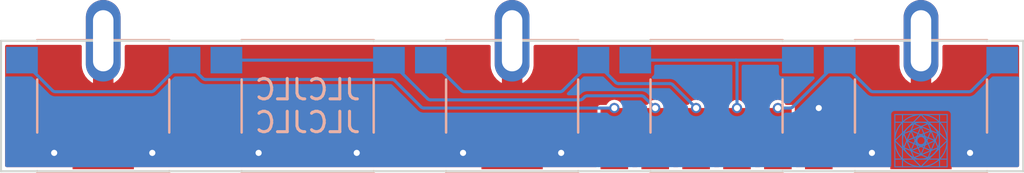
<source format=kicad_pcb>
(kicad_pcb (version 20211014) (generator pcbnew)
  (layers (0 "F.Cu" mixed) (31 "B.Cu" mixed) (34 "B.Paste" user) (35 "F.Paste" user) (36 "B.SilkS" user "B.Silkscreen") (37 "F.SilkS" user "F.Silkscreen") (38 "B.Mask" user) (39 "F.Mask" user) (44 "Edge.Cuts" user))
  (net 0 "")
  (net 1 "/BUT_GND")
  (net 2 "/PON_KEY_")
  (net 3 "/BUT1_")
  (net 4 "/BUT2_")
  (net 5 "/BUT3_")
  (net 6 "/BUT4_")
  (footprint "Stanlazys:MountingHole_PinHeader_2.54_3D" (layer "F.Cu") (at 25 -6.4)
    (fp_text reference "H4" hide)
    (fp_text value "MountingHole_Pad" hide)
    (pad "1" thru_hole oval (at 0 0) (size 1.7 4) (drill oval 1 3) (layers *.Cu *.Mask) (net 1 "/BUT_GND"))
  )
  (footprint "Stanlazys:MountingHole_PinHeader_2.54_3D" (layer "F.Cu") (at 45 -6.4)
    (fp_text reference "H6" hide)
    (fp_text value "MountingHole_Pad" hide)
    (pad "1" thru_hole oval (at 0 0) (size 1.7 4) (drill oval 1 3) (layers *.Cu *.Mask) (net 1 "/BUT_GND"))
  )
  (footprint "Connector_Edge_futababase:but_ph" (layer "F.Cu") (at 30 -1.6)
    (fp_text reference "J4" hide)
    (fp_text value "Conn_01x06" hide)
    (pad "1" smd rect (at 0 0) (size 1.35 3) (layers "F.Cu" "F.Mask") (net 2 "/PON_KEY_"))
    (pad "2" smd rect (at 2 0) (size 1.35 3) (layers "F.Cu" "F.Mask") (net 3 "/BUT1_"))
    (pad "3" smd rect (at 4 0) (size 1.35 3) (layers "F.Cu" "F.Mask") (net 4 "/BUT2_"))
    (pad "4" smd rect (at 6 0) (size 1.35 3) (layers "F.Cu" "F.Mask") (net 5 "/BUT3_"))
    (pad "5" smd rect (at 8 0) (size 1.35 3) (layers "F.Cu" "F.Mask") (net 6 "/BUT4_"))
    (pad "6" smd rect (at 10 0) (size 1.35 3) (layers "F.Cu" "F.Mask") (net 1 "/BUT_GND"))
    (pad "6" smd rect (at 15 0) (size 3 3) (layers "F.Cu" "F.Mask") (net 1 "/BUT_GND"))
    (pad "6" smd rect (at -5 0) (size 3 3) (layers "F.Cu" "F.Mask") (net 1 "/BUT_GND"))
    (pad "6" smd rect (at -25 0) (size 3 3) (layers "F.Cu" "F.Mask") (net 1 "/BUT_GND"))
  )
  (footprint "Stanlazys:MountingHole_PinHeader_2.54_3D" (layer "F.Cu") (at 5 -6.4)
    (fp_text reference "H1" hide)
    (fp_text value "MountingHole_Pad" hide)
    (pad "1" thru_hole oval (at 0 0) (size 1.7 4) (drill oval 1 3) (layers *.Cu *.Mask) (net 1 "/BUT_GND"))
  )
  (footprint "Button_Switch_SMD:SW_Push_1P1T_NO_6x6mm_H9.5mm" (layer "B.Cu") (at 45 -3.2 180)
    (fp_text reference "SW5" hide)
    (fp_text value "SW_Push" hide)
    (fp_line (start -3.23 3.2) (end -3.23 3.23) (layer "B.SilkS") (width 0.12))
    (fp_line (start -3.23 3.23) (end 3.23 3.23) (layer "B.SilkS") (width 0.12))
    (fp_line (start -3.23 -3.23) (end -3.23 -3.2) (layer "B.SilkS") (width 0.12))
    (fp_line (start -3.23 1.3) (end -3.23 -1.3) (layer "B.SilkS") (width 0.12))
    (fp_line (start -3.23 -3.23) (end 3.23 -3.23) (layer "B.SilkS") (width 0.12))
    (fp_line (start 3.23 3.23) (end 3.23 3.2) (layer "B.SilkS") (width 0.12))
    (fp_line (start 3.23 -3.23) (end 3.23 -3.2) (layer "B.SilkS") (width 0.12))
    (fp_line (start 3.23 1.3) (end 3.23 -1.3) (layer "B.SilkS") (width 0.12))
    (pad "1" smd rect (at -3.975 2.25 180) (size 1.55 1.3) (layers "B.Cu" "B.Paste" "B.Mask") (net 6 "/BUT4_"))
    (pad "1" smd rect (at 3.975 2.25 180) (size 1.55 1.3) (layers "B.Cu" "B.Paste" "B.Mask") (net 6 "/BUT4_"))
    (pad "2" smd rect (at -3.975 -2.25 180) (size 1.55 1.3) (layers "B.Cu" "B.Paste" "B.Mask") (net 1 "/BUT_GND"))
    (pad "2" smd rect (at 3.975 -2.25 180) (size 1.55 1.3) (layers "B.Cu" "B.Paste" "B.Mask") (net 1 "/BUT_GND"))
  )
  (footprint "Button_Switch_SMD:SW_Push_1P1T_NO_6x6mm_H9.5mm" (layer "B.Cu") (at 25 -3.2 180)
    (fp_text reference "SW3" hide)
    (fp_text value "SW_Push" hide)
    (fp_line (start -3.23 1.3) (end -3.23 -1.3) (layer "B.SilkS") (width 0.12))
    (fp_line (start -3.23 3.23) (end 3.23 3.23) (layer "B.SilkS") (width 0.12))
    (fp_line (start 3.23 -3.23) (end 3.23 -3.2) (layer "B.SilkS") (width 0.12))
    (fp_line (start -3.23 -3.23) (end -3.23 -3.2) (layer "B.SilkS") (width 0.12))
    (fp_line (start 3.23 1.3) (end 3.23 -1.3) (layer "B.SilkS") (width 0.12))
    (fp_line (start -3.23 3.2) (end -3.23 3.23) (layer "B.SilkS") (width 0.12))
    (fp_line (start 3.23 3.23) (end 3.23 3.2) (layer "B.SilkS") (width 0.12))
    (fp_line (start -3.23 -3.23) (end 3.23 -3.23) (layer "B.SilkS") (width 0.12))
    (pad "1" smd rect (at -3.975 2.25 180) (size 1.55 1.3) (layers "B.Cu" "B.Paste" "B.Mask") (net 4 "/BUT2_"))
    (pad "1" smd rect (at 3.975 2.25 180) (size 1.55 1.3) (layers "B.Cu" "B.Paste" "B.Mask") (net 4 "/BUT2_"))
    (pad "2" smd rect (at -3.975 -2.25 180) (size 1.55 1.3) (layers "B.Cu" "B.Paste" "B.Mask") (net 1 "/BUT_GND"))
    (pad "2" smd rect (at 3.975 -2.25 180) (size 1.55 1.3) (layers "B.Cu" "B.Paste" "B.Mask") (net 1 "/BUT_GND"))
  )
  (footprint "Button_Switch_SMD:SW_Push_1P1T_NO_6x6mm_H9.5mm" (layer "B.Cu") (at 5 -3.2 180)
    (fp_text reference "SW1" hide)
    (fp_text value "SW_Push" hide)
    (fp_line (start -3.23 -3.23) (end -3.23 -3.2) (layer "B.SilkS") (width 0.12))
    (fp_line (start 3.23 -3.23) (end 3.23 -3.2) (layer "B.SilkS") (width 0.12))
    (fp_line (start 3.23 3.23) (end 3.23 3.2) (layer "B.SilkS") (width 0.12))
    (fp_line (start -3.23 1.3) (end -3.23 -1.3) (layer "B.SilkS") (width 0.12))
    (fp_line (start -3.23 -3.23) (end 3.23 -3.23) (layer "B.SilkS") (width 0.12))
    (fp_line (start -3.23 3.23) (end 3.23 3.23) (layer "B.SilkS") (width 0.12))
    (fp_line (start -3.23 3.2) (end -3.23 3.23) (layer "B.SilkS") (width 0.12))
    (fp_line (start 3.23 1.3) (end 3.23 -1.3) (layer "B.SilkS") (width 0.12))
    (pad "1" smd rect (at 3.975 2.25 180) (size 1.55 1.3) (layers "B.Cu" "B.Paste" "B.Mask") (net 2 "/PON_KEY_"))
    (pad "1" smd rect (at -3.975 2.25 180) (size 1.55 1.3) (layers "B.Cu" "B.Paste" "B.Mask") (net 2 "/PON_KEY_"))
    (pad "2" smd rect (at 3.975 -2.25 180) (size 1.55 1.3) (layers "B.Cu" "B.Paste" "B.Mask") (net 1 "/BUT_GND"))
    (pad "2" smd rect (at -3.975 -2.25 180) (size 1.55 1.3) (layers "B.Cu" "B.Paste" "B.Mask") (net 1 "/BUT_GND"))
  )
  (footprint "Stanlazys:stanlazy_2.5mm_copper" (layer "B.Cu") (at 45 -1.5 180)
    (fp_text reference "REF**" hide)
    (fp_text value "stanlazy_2.5mm_copper" hide)
    (fp_line (start 0 0.692731) (end 0.489834 -0.489835) (layer "B.Cu") (width 0.05))
    (fp_line (start -0.000001 0.286938) (end 0.286938 -0.000001) (layer "B.Cu") (width 0.05))
    (fp_line (start -0.836201 0.346365) (end 0.346365 0.8362) (layer "B.Cu") (width 0.05))
    (fp_line (start 1.28 0.905096) (end 0.905096 0.905096) (layer "B.Cu") (width 0.05))
    (fp_line (start 0.905096 -1.28) (end 0.905096 -0.905097) (layer "B.Cu") (width 0.05))
    (fp_line (start -0.836201 -0.346366) (end -0.346366 0.8362) (layer "B.Cu") (width 0.05))
    (fp_line (start -0.346366 0.8362) (end 0.8362 0.346365) (layer "B.Cu") (width 0.05))
    (fp_line (start -0.905097 -1.28) (end -0.905097 -0.905097) (layer "B.Cu") (width 0.05))
    (fp_line (start 0.202896 0.202896) (end 0.202896 -0.202897) (layer "B.Cu") (width 0.05))
    (fp_line (start -1.28 1.28) (end 1.28 1.28) (layer "B.Cu") (width 0.05))
    (fp_line (start 0.905096 -0.905097) (end -0.905097 -0.905097) (layer "B.Cu") (width 0.05))
    (fp_line (start -0.489835 0.489834) (end 0.692731 0) (layer "B.Cu") (width 0.05))
    (fp_line (start 1.28 1.28) (end 1.28 -1.28) (layer "B.Cu") (width 0.05))
    (fp_line (start -0.000001 -0.286939) (end -0.286939 0) (layer "B.Cu") (width 0.05))
    (fp_line (start -1.28 -1.28) (end -1.28 1.28) (layer "B.Cu") (width 0.05))
    (fp_line (start -0.905097 -0.905097) (end -0.905097 0.905096) (layer "B.Cu") (width 0.05))
    (fp_line (start 0.346365 0.8362) (end 0.8362 -0.346366) (layer "B.Cu") (width 0.05))
    (fp_line (start 0.489834 -0.489835) (end -0.692732 0) (layer "B.Cu") (width 0.05))
    (fp_line (start 0.202896 -0.202897) (end -0.202897 -0.202897) (layer "B.Cu") (width 0.05))
    (fp_line (start 0.346365 -0.836201) (end -0.836201 -0.346366) (layer "B.Cu") (width 0.05))
    (fp_line (start 0.692731 0) (end -0.489835 -0.489835) (layer "B.Cu") (width 0.05))
    (fp_line (start -0.489835 -0.489835) (end 0 0.692731) (layer "B.Cu") (width 0.05))
    (fp_line (start -0.202897 0.202896) (end 0.202896 0.202896) (layer "B.Cu") (width 0.05))
    (fp_line (start -0.000001 -1.28) (end -1.280001 0) (layer "B.Cu") (width 0.05))
    (fp_line (start 0.905096 0.905096) (end 0.905096 1.28) (layer "B.Cu") (width 0.05))
    (fp_line (start 0.8362 0.346365) (end 0.346365 -0.836201) (layer "B.Cu") (width 0.05))
    (fp_line (start -0.346366 -0.836201) (end -0.836201 0.346365) (layer "B.Cu") (width 0.05))
    (fp_line (start 1.28 -0.905097) (end 0.905096 -0.905097) (layer "B.Cu") (width 0.05))
    (fp_line (start -0.905097 0.905096) (end 0.905096 0.905096) (layer "B.Cu") (width 0.05))
    (fp_line (start -0.692732 0) (end 0.489834 0.489834) (layer "B.Cu") (width 0.05))
    (fp_line (start -0.286939 0) (end -0.000001 0.286938) (layer "B.Cu") (width 0.05))
    (fp_line (start -0.489835 0.489834) (end 0 -0.692732) (layer "B.Cu") (width 0.05))
    (fp_line (start 0.8362 -0.346366) (end -0.346366 -0.836201) (layer "B.Cu") (width 0.05))
    (fp_line (start -0.905097 1.28) (end -0.905097 0.905096) (layer "B.Cu") (width 0.05))
    (fp_line (start 1.28 0) (end -0.000001 -1.28) (layer "B.Cu") (width 0.05))
    (fp_line (start 0.489834 0.489834) (end 0 -0.692732) (layer "B.Cu") (width 0.05))
    (fp_line (start -0.202897 -0.202897) (end -0.202897 0.202896) (layer "B.Cu") (width 0.05))
    (fp_line (start 0.286938 -0.000001) (end -0.000001 -0.286939) (layer "B.Cu") (width 0.05))
    (fp_line (start -1.280001 0) (end 0 1.279999) (layer "B.Cu") (width 0.05))
    (fp_line (start 1.28 -1.28) (end -1.28 -1.28) (layer "B.Cu") (width 0.05))
    (fp_line (start -1.28 -0.905097) (end -0.905097 -0.905097) (layer "B.Cu") (width 0.05))
    (fp_line (start -1.28 0.905096) (end -0.905097 0.905096) (layer "B.Cu") (width 0.05))
    (fp_line (start 0 1.279999) (end 1.28 0) (layer "B.Cu") (width 0.05))
    (fp_line (start 0.905096 0.905096) (end 0.905096 -0.905097) (layer "B.Cu") (width 0.05))
    (fp_curve (pts (xy 0 1.28) (xy 0.706924 1.28) (xy 1.28 0.706924) (xy 1.28 0)) (layer "B.Cu") (width 0.05))
    (fp_curve (pts (xy 0 -1.28) (xy -0.706925 -1.28) (xy -1.28 -0.706925) (xy -1.28 0)) (layer "B.Cu") (width 0.05))
    (fp_curve (pts (xy -0.000001 0.202896) (xy 0.112056 0.202896) (xy 0.202896 0.112056) (xy 0.202896 -0.000001)) (layer "B.Cu") (width 0.05))
    (fp_curve (pts (xy 0.202896 -0.000001) (xy 0.202896 -0.112057) (xy 0.112056 -0.202897) (xy -0.000001 -0.202897)) (layer "B.Cu") (width 0.05))
    (fp_curve (pts (xy 1.28 0) (xy 1.28 -0.706925) (xy 0.706924 -1.28) (xy 0 -1.28)) (layer "B.Cu") (width 0.05))
    (fp_curve (pts (xy -1.28 0) (xy -1.28 0.706924) (xy -0.706925 1.28) (xy 0 1.28)) (layer "B.Cu") (width 0.05))
    (fp_curve (pts (xy -0.000001 -0.202897) (xy -0.112057 -0.202897) (xy -0.202897 -0.112057) (xy -0.202897 -0.000001)) (layer "B.Cu") (width 0.05))
    (fp_curve (pts (xy 0.64 -0.64) (xy 0.286537 -0.993463) (xy -0.286538 -0.993463) (xy -0.64 -0.64)) (layer "B.Cu") (width 0.05))
    (fp_curve (pts (xy -0.64 0.64) (xy -0.286538 0.993462) (xy 0.286537 0.993462) (xy 0.64 0.64)) (layer "B.Cu") (width 0.05))
    (fp_curve (pts (xy 0.64 0.64) (xy 0.993462 0.286537) (xy 0.993462 -0.286538) (xy 0.64 -0.64)) (layer "B.Cu") (width 0.05))
    (fp_curve (pts (xy -0.202897 -0.000001) (xy -0.202897 0.112056) (xy -0.112057 0.202896) (xy -0.000001 0.202896)) (layer "B.Cu") (width 0.05))
    (fp_curve (pts (xy -0.64 -0.64) (xy -0.993463 -0.286538) (xy -0.993463 0.286537) (xy -0.64 0.64)) (layer "B.Cu") (width 0.05))
  )
  (footprint "Button_Switch_SMD:SW_Push_1P1T_NO_6x6mm_H9.5mm" (layer "B.Cu") (at 15 -3.2 180)
    (fp_text reference "SW2" hide)
    (fp_text value "SW_Push" hide)
    (fp_line (start 3.23 3.23) (end 3.23 3.2) (layer "B.SilkS") (width 0.12))
    (fp_line (start 3.23 -3.23) (end 3.23 -3.2) (layer "B.SilkS") (width 0.12))
    (fp_line (start -3.23 -3.23) (end 3.23 -3.23) (layer "B.SilkS") (width 0.12))
    (fp_line (start -3.23 -3.23) (end -3.23 -3.2) (layer "B.SilkS") (width 0.12))
    (fp_line (start 3.23 1.3) (end 3.23 -1.3) (layer "B.SilkS") (width 0.12))
    (fp_line (start -3.23 1.3) (end -3.23 -1.3) (layer "B.SilkS") (width 0.12))
    (fp_line (start -3.23 3.23) (end 3.23 3.23) (layer "B.SilkS") (width 0.12))
    (fp_line (start -3.23 3.2) (end -3.23 3.23) (layer "B.SilkS") (width 0.12))
    (pad "1" smd rect (at 3.975 2.25 180) (size 1.55 1.3) (layers "B.Cu" "B.Paste" "B.Mask") (net 3 "/BUT1_"))
    (pad "1" smd rect (at -3.975 2.25 180) (size 1.55 1.3) (layers "B.Cu" "B.Paste" "B.Mask") (net 3 "/BUT1_"))
    (pad "2" smd rect (at 3.975 -2.25 180) (size 1.55 1.3) (layers "B.Cu" "B.Paste" "B.Mask") (net 1 "/BUT_GND"))
    (pad "2" smd rect (at -3.975 -2.25 180) (size 1.55 1.3) (layers "B.Cu" "B.Paste" "B.Mask") (net 1 "/BUT_GND"))
  )
  (footprint "Button_Switch_SMD:SW_Push_1P1T_NO_6x6mm_H9.5mm" (layer "B.Cu") (at 35 -3.2 180)
    (fp_text reference "SW4" hide)
    (fp_text value "SW_Push" hide)
    (fp_line (start -3.23 3.2) (end -3.23 3.23) (layer "B.SilkS") (width 0.12))
    (fp_line (start 3.23 1.3) (end 3.23 -1.3) (layer "B.SilkS") (width 0.12))
    (fp_line (start -3.23 -3.23) (end -3.23 -3.2) (layer "B.SilkS") (width 0.12))
    (fp_line (start 3.23 3.23) (end 3.23 3.2) (layer "B.SilkS") (width 0.12))
    (fp_line (start -3.23 3.23) (end 3.23 3.23) (layer "B.SilkS") (width 0.12))
    (fp_line (start 3.23 -3.23) (end 3.23 -3.2) (layer "B.SilkS") (width 0.12))
    (fp_line (start -3.23 1.3) (end -3.23 -1.3) (layer "B.SilkS") (width 0.12))
    (fp_line (start -3.23 -3.23) (end 3.23 -3.23) (layer "B.SilkS") (width 0.12))
    (pad "1" smd rect (at 3.975 2.25 180) (size 1.55 1.3) (layers "B.Cu" "B.Paste" "B.Mask") (net 5 "/BUT3_"))
    (pad "1" smd rect (at -3.975 2.25 180) (size 1.55 1.3) (layers "B.Cu" "B.Paste" "B.Mask") (net 5 "/BUT3_"))
    (pad "2" smd rect (at 3.975 -2.25 180) (size 1.55 1.3) (layers "B.Cu" "B.Paste" "B.Mask") (net 1 "/BUT_GND"))
    (pad "2" smd rect (at -3.975 -2.25 180) (size 1.55 1.3) (layers "B.Cu" "B.Paste" "B.Mask") (net 1 "/BUT_GND"))
  )
  (gr_line (start 0 0) (end 0 -6.4) (layer "Edge.Cuts") (width 0.1))
  (gr_line (start 50 0) (end 0 0) (layer "Edge.Cuts") (width 0.1))
  (gr_line (start 0 -6.4) (end 50 -6.4) (layer "Edge.Cuts") (width 0.1))
  (gr_line (start 50 -6.4) (end 50 0) (layer "Edge.Cuts") (width 0.1))
  (gr_text "JLCJLC\nJLCJLC" (at 15 -3.2) (layer "B.SilkS") (effects (font (size 1 1)) (justify mirror)))
  (via (at 27.4 -0.9) (size 0.5) (drill 0.3) (layers "F.Cu" "B.Cu") (net 1))
  (via (at 12.6 -0.9) (size 0.5) (drill 0.3) (layers "F.Cu" "B.Cu") (net 1))
  (via (at 22.6 -0.9) (size 0.5) (drill 0.3) (layers "F.Cu" "B.Cu") (net 1))
  (via (at 17.4 -0.9) (size 0.5) (drill 0.3) (layers "F.Cu" "B.Cu") (net 1))
  (via (at 2.6 -0.9) (size 0.5) (drill 0.3) (layers "F.Cu" "B.Cu") (net 1))
  (via (at 7.4 -0.9) (size 0.5) (drill 0.3) (layers "F.Cu" "B.Cu") (net 1))
  (via (at 40 -3.1) (size 0.5) (drill 0.3) (layers "F.Cu" "B.Cu") (net 1))
  (via (at 42.6 -0.9) (size 0.5) (drill 0.3) (layers "F.Cu" "B.Cu") (net 1))
  (via (at 47.4 -0.9) (size 0.5) (drill 0.3) (layers "F.Cu" "B.Cu") (net 1))
  (segment (start 30 -3.1) (end 30 -1.6) (width 0.15) (layer "F.Cu") (net 2))
  (via (at 30 -3.1) (size 0.5) (drill 0.3) (layers "F.Cu" "B.Cu") (net 2))
  (segment (start 19.117157 -4.5) (end 10.007843 -4.5) (width 0.15) (layer "B.Cu") (net 2))
  (segment (start 30 -3.1) (end 20.682843 -3.1) (width 0.15) (layer "B.Cu") (net 2))
  (segment (start 7.483579 -3.958579) (end 8.975 -5.45) (width 0.15) (layer "B.Cu") (net 2))
  (segment (start 20.541421 -3.158579) (end 19.258578 -4.441422) (width 0.15) (layer "B.Cu") (net 2))
  (segment (start 2.657843 -3.9) (end 7.342157 -3.9) (width 0.15) (layer "B.Cu") (net 2))
  (segment (start 1.025 -5.45) (end 2.516422 -3.958578) (width 0.15) (layer "B.Cu") (net 2))
  (segment (start 9.866421 -4.558579) (end 8.975 -5.45) (width 0.15) (layer "B.Cu") (net 2))
  (arc (start 2.516422 -3.958578) (mid 2.581307 -3.915224) (end 2.657843 -3.9) (width 0.15) (layer "B.Cu") (net 2))
  (arc (start 20.682843 -3.1) (mid 20.606306 -3.115224) (end 20.541421 -3.158579) (width 0.15) (layer "B.Cu") (net 2))
  (arc (start 19.117157 -4.5) (mid 19.193693 -4.484776) (end 19.258578 -4.441422) (width 0.15) (layer "B.Cu") (net 2))
  (arc (start 9.866421 -4.558579) (mid 9.931306 -4.515224) (end 10.007843 -4.5) (width 0.15) (layer "B.Cu") (net 2))
  (arc (start 7.483579 -3.958579) (mid 7.418694 -3.915224) (end 7.342157 -3.9) (width 0.15) (layer "B.Cu") (net 2))
  (segment (start 32 -3.1) (end 32 -1.6) (width 0.15) (layer "F.Cu") (net 3))
  (via (at 32 -3.1) (size 0.5) (drill 0.3) (layers "F.Cu" "B.Cu") (net 3))
  (segment (start 11.025 -5.45) (end 18.975 -5.45) (width 0.15) (layer "B.Cu") (net 3))
  (segment (start 31.317157 -3.7) (end 28.682843 -3.7) (width 0.15) (layer "B.Cu") (net 3))
  (segment (start 28.541421 -3.641421) (end 28.458578 -3.558578) (width 0.15) (layer "B.Cu") (net 3))
  (segment (start 20.866421 -3.558579) (end 18.975 -5.45) (width 0.15) (layer "B.Cu") (net 3))
  (segment (start 28.317157 -3.5) (end 21.007843 -3.5) (width 0.15) (layer "B.Cu") (net 3))
  (segment (start 32 -3.1) (end 31.458578 -3.641422) (width 0.15) (layer "B.Cu") (net 3))
  (arc (start 21.007843 -3.5) (mid 20.931306 -3.515224) (end 20.866421 -3.558579) (width 0.15) (layer "B.Cu") (net 3))
  (arc (start 31.458578 -3.641422) (mid 31.393693 -3.684776) (end 31.317157 -3.7) (width 0.15) (layer "B.Cu") (net 3))
  (arc (start 28.317157 -3.5) (mid 28.393693 -3.515224) (end 28.458578 -3.558578) (width 0.15) (layer "B.Cu") (net 3))
  (arc (start 28.682843 -3.7) (mid 28.606306 -3.684776) (end 28.541421 -3.641421) (width 0.15) (layer "B.Cu") (net 3))
  (segment (start 34 -3.1) (end 34 -1.6) (width 0.15) (layer "F.Cu") (net 4))
  (via (at 34 -3.1) (size 0.5) (drill 0.3) (layers "F.Cu" "B.Cu") (net 4))
  (segment (start 21.025 -5.45) (end 22.516422 -3.958578) (width 0.15) (layer "B.Cu") (net 4))
  (segment (start 22.657843 -3.9) (end 27.342157 -3.9) (width 0.15) (layer "B.Cu") (net 4))
  (segment (start 30.207843 -4.3) (end 32.717157 -4.3) (width 0.15) (layer "B.Cu") (net 4))
  (segment (start 32.858579 -4.241421) (end 34 -3.1) (width 0.15) (layer "B.Cu") (net 4))
  (segment (start 28.975 -5.45) (end 30.066422 -4.358578) (width 0.15) (layer "B.Cu") (net 4))
  (segment (start 27.483579 -3.958579) (end 28.975 -5.45) (width 0.15) (layer "B.Cu") (net 4))
  (arc (start 27.342157 -3.9) (mid 27.418694 -3.915224) (end 27.483579 -3.958579) (width 0.15) (layer "B.Cu") (net 4))
  (arc (start 32.717157 -4.3) (mid 32.793694 -4.284776) (end 32.858579 -4.241421) (width 0.15) (layer "B.Cu") (net 4))
  (arc (start 22.657843 -3.9) (mid 22.581307 -3.915224) (end 22.516422 -3.958578) (width 0.15) (layer "B.Cu") (net 4))
  (arc (start 30.207843 -4.3) (mid 30.131307 -4.315224) (end 30.066422 -4.358578) (width 0.15) (layer "B.Cu") (net 4))
  (segment (start 36 -1.6) (end 36 -3.1) (width 0.15) (layer "F.Cu") (net 5))
  (via (at 36 -3.1) (size 0.5) (drill 0.3) (layers "F.Cu" "B.Cu") (net 5))
  (segment (start 36 -3.1) (end 36 -5.4) (width 0.15) (layer "B.Cu") (net 5))
  (segment (start 36 -5.4) (end 35.95 -5.45) (width 0.15) (layer "B.Cu") (net 5))
  (segment (start 35.95 -5.45) (end 38.975 -5.45) (width 0.15) (layer "B.Cu") (net 5))
  (segment (start 31.025 -5.45) (end 35.95 -5.45) (width 0.15) (layer "B.Cu") (net 5))
  (segment (start 38 -1.6) (end 38 -3.1) (width 0.15) (layer "F.Cu") (net 6))
  (via (at 38 -3.1) (size 0.5) (drill 0.3) (layers "F.Cu" "B.Cu") (net 6))
  (segment (start 47.483579 -3.958579) (end 48.975 -5.45) (width 0.15) (layer "B.Cu") (net 6))
  (segment (start 38 -3.1) (end 38.592157 -3.1) (width 0.15) (layer "B.Cu") (net 6))
  (segment (start 38.733579 -3.158579) (end 41.025 -5.45) (width 0.15) (layer "B.Cu") (net 6))
  (segment (start 42.657843 -3.9) (end 47.342157 -3.9) (width 0.15) (layer "B.Cu") (net 6))
  (segment (start 41.025 -5.45) (end 42.516422 -3.958578) (width 0.15) (layer "B.Cu") (net 6))
  (arc (start 42.516422 -3.958578) (mid 42.581307 -3.915224) (end 42.657843 -3.9) (width 0.15) (layer "B.Cu") (net 6))
  (arc (start 47.342157 -3.9) (mid 47.418694 -3.915224) (end 47.483579 -3.958579) (width 0.15) (layer "B.Cu") (net 6))
  (arc (start 38.592157 -3.1) (mid 38.668694 -3.115224) (end 38.733579 -3.158579) (width 0.15) (layer "B.Cu") (net 6))
  (zone (net 1) (net_name "/BUT_GND") (layers F&B.Cu) (connect_pads thru_hole_only (clearance 0.15)) (min_thickness 0.15) (fill yes (thermal_gap 0.2) (thermal_bridge_width 1) (smoothing fillet) (radius 0.1))
    (polygon (pts (xy 50 0) (xy 0 0) (xy 0 -6.4) (xy 50 -6.4)))
  )
)
</source>
